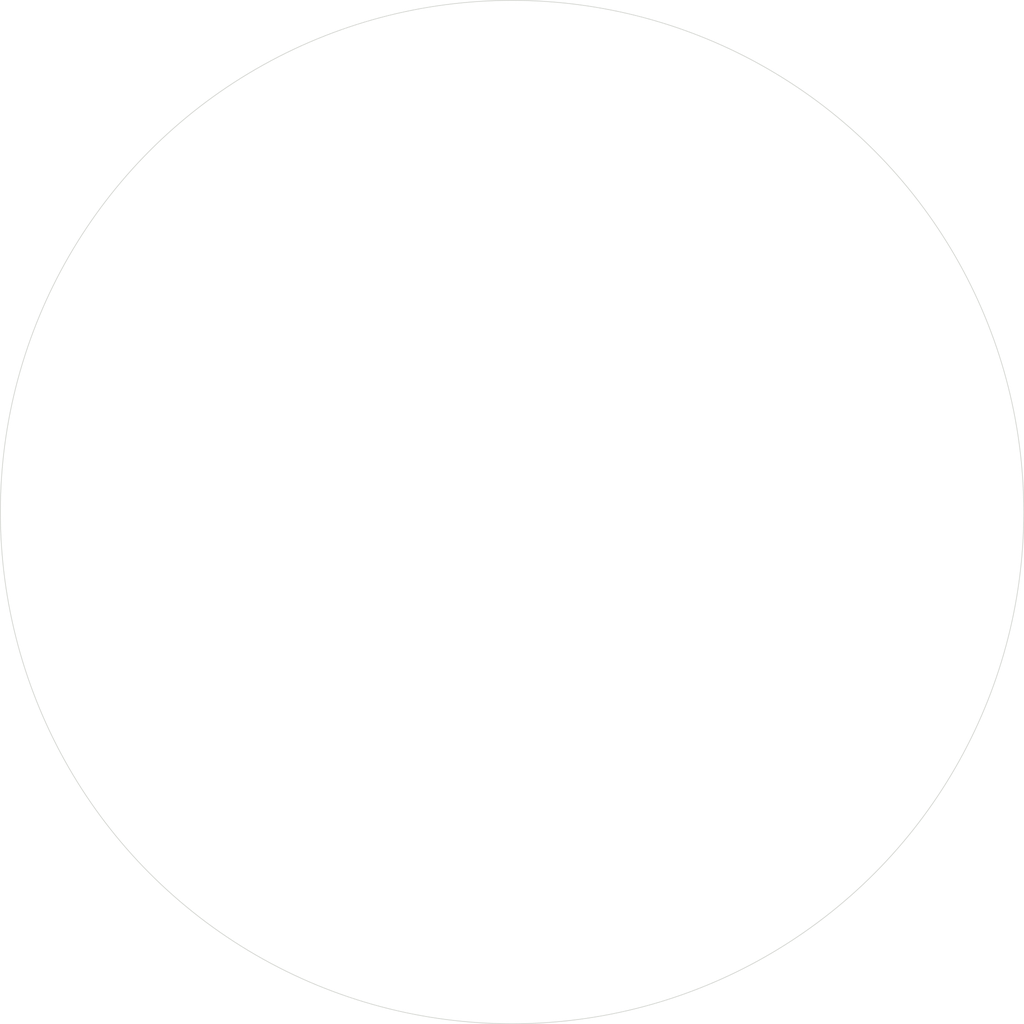
<source format=kicad_pcb>
(kicad_pcb (version 20211014) (generator pcbnew)

  (general
    (thickness 1.6)
  )

  (paper "A4")
  (layers
    (0 "F.Cu" signal)
    (31 "B.Cu" signal)
    (32 "B.Adhes" user "B.Adhesive")
    (33 "F.Adhes" user "F.Adhesive")
    (34 "B.Paste" user)
    (35 "F.Paste" user)
    (36 "B.SilkS" user "B.Silkscreen")
    (37 "F.SilkS" user "F.Silkscreen")
    (38 "B.Mask" user)
    (39 "F.Mask" user)
    (40 "Dwgs.User" user "User.Drawings")
    (41 "Cmts.User" user "User.Comments")
    (42 "Eco1.User" user "User.Eco1")
    (43 "Eco2.User" user "User.Eco2")
    (44 "Edge.Cuts" user)
    (45 "Margin" user)
    (46 "B.CrtYd" user "B.Courtyard")
    (47 "F.CrtYd" user "F.Courtyard")
    (48 "B.Fab" user)
    (49 "F.Fab" user)
    (50 "User.1" user)
    (51 "User.2" user)
    (52 "User.3" user)
    (53 "User.4" user)
    (54 "User.5" user)
    (55 "User.6" user)
    (56 "User.7" user)
    (57 "User.8" user)
    (58 "User.9" user)
  )

  (setup
    (pad_to_mask_clearance 0)
    (pcbplotparams
      (layerselection 0x00010fc_ffffffff)
      (disableapertmacros false)
      (usegerberextensions false)
      (usegerberattributes true)
      (usegerberadvancedattributes true)
      (creategerberjobfile true)
      (svguseinch false)
      (svgprecision 6)
      (excludeedgelayer true)
      (plotframeref false)
      (viasonmask false)
      (mode 1)
      (useauxorigin false)
      (hpglpennumber 1)
      (hpglpenspeed 20)
      (hpglpendiameter 15.000000)
      (dxfpolygonmode true)
      (dxfimperialunits true)
      (dxfusepcbnewfont true)
      (psnegative false)
      (psa4output false)
      (plotreference true)
      (plotvalue true)
      (plotinvisibletext false)
      (sketchpadsonfab false)
      (subtractmaskfromsilk false)
      (outputformat 1)
      (mirror false)
      (drillshape 1)
      (scaleselection 1)
      (outputdirectory "")
    )
  )

  (net 0 "")

  (gr_circle (center 148.5011 105.0036) (end 218.5011 105.0036) (layer "Edge.Cuts") (width 0.1) (fill none) (tstamp 71d4b61b-18d0-411d-8bed-7ac90b811163))
  (gr_line (start 124.3711 83.4136) (end 124.3711 85.3186) (layer "User.1") (width 0.1524) (tstamp 0108bc12-a297-4454-bfc0-9b30d19ea035))
  (gr_line (start 130.0861 89.7636) (end 127.5461 89.7636) (layer "User.1") (width 0.1524) (tstamp 014e2c15-d51b-472c-922c-fe82c8ba9a46))
  (gr_arc (start 111.0361 60.6806) (mid 111.0361 63.7286) (end 107.9881 63.7286) (layer "User.1") (width 0.1524) (tstamp 024f16bb-c5a8-419c-a68f-c0ca1ca6e08b))
  (gr_line (start 103.4161 148.1836) (end 103.4161 146.2786) (layer "User.1") (width 0.3048) (tstamp 02ed714d-e676-44fa-85de-fc6442d1ccbf))
  (gr_line (start 101.5111 63.7286) (end 96.4311 68.8086) (layer "User.1") (width 0.3048) (tstamp 06acbff2-566a-48b7-9d6c-4146d5d5c38b))
  (gr_line (start 118.0211 46.5836) (end 116.7511 45.3136) (layer "User.1") (width 0.3048) (tstamp 07236b28-1b38-433f-8af4-ce16704673ac))
  (gr_line (start 103.4161 58.0136) (end 105.3211 59.9186) (layer "User.1") (width 0.3048) (tstamp 09756e83-3a02-482a-9ad3-08dfa661cba8))
  (gr_line (start 184.6961 158.9786) (end 184.6961 157.0736) (layer "User.1") (width 0.3048) (tstamp 09bf6b64-66bd-4e2b-97c4-90fe40e3401e))
  (gr_line (start 104.4321 141.7066) (end 104.9401 142.4686) (layer "User.1") (width 0.1524) (tstamp 0a938639-c3b9-4aca-af90-b22c04295953))
  (gr_line (start 208.1911 70.7136) (end 199.3011 61.8236) (layer "User.1") (width 0.3048) (tstamp 0ae1895c-8004-44db-af68-b4176814d7f6))
  (gr_line (start 107.2261 64.4906) (end 107.9881 64.7446) (layer "User.1") (width 0.1524) (tstamp 0b9df60e-8174-46bf-967b-55e761e8c4ea))
  (gr_line (start 88.8111 136.7536) (end 88.8111 139.2936) (layer "User.1") (width 0.3048) (tstamp 123820aa-d3d8-4d15-ba4b-7c52fe27e5fa))
  (gr_line (start 193.5861 148.1836) (end 193.5861 146.2786) (layer "User.1") (width 0.3048) (tstamp 12d75fd6-83ea-4a6d-86e6-5266a5d95748))
  (gr_arc (start 189.0141 63.7286) (mid 185.9661 63.7286) (end 185.9661 60.6806) (layer "User.1") (width 0.1524) (tstamp 15ee9746-fa9f-4a43-a46b-8bcc97c159dc))
  (gr_line (start 197.1421 148.1836) (end 197.0151 148.0566) (layer "User.1") (width 0.3048) (tstamp 1aaac55b-9d20-4e59-a9e3-7dc353585ff5))
  (gr_line (start 174.5361 85.9536) (end 177.0761 85.9536) (layer "User.1") (width 0.1524) (tstamp 1b5dcbdb-3295-43d7-b731-1f06f048271a))
  (gr_line (start 172.6311 77.0636) (end 172.6311 74.5236) (layer "User.1") (width 0.3048) (tstamp 1becf758-c724-4cfe-a491-39a86bb84c26))
  (gr_line (start 145.3261 127.2286) (end 129.4511 127.2286) (layer "User.1") (width 0.3048) (tstamp 1e16bffc-9822-43c1-ad4b-8b82598ffedd))
  (gr_line (start 163.7411 83.4136) (end 163.7411 85.3186) (layer "User.1") (width 0.1524) (tstamp 1e70c8aa-bdb1-4366-98d9-035e6b45e5fc))
  (gr_line (start 103.4161 63.7286) (end 101.5111 63.7286) (layer "User.1") (width 0.3048) (tstamp 230dfa21-b22d-41b8-ab5c-41bc535c0364))
  (gr_line (start 115.4811 98.6536) (end 115.4811 96.1136) (layer "User.1") (width 0.3048) (tstamp 23131370-e449-4386-9fc6-6446868d5599))
  (gr_line (start 152.3111 46.5836) (end 165.0111 46.5836) (layer "User.1") (width 0.3048) (tstamp 235ae129-be3e-4206-b314-bd0b78ab12f3))
  (gr_line (start 180.2511 164.6936) (end 182.7911 164.6936) (layer "User.1") (width 0.3048) (tstamp 2471365c-c2db-41e5-ba11-356287b2a004))
  (gr_line (start 148.5011 96.1136) (end 149.7711 94.8436) (layer "User.1") (width 0.3048) (tstamp 26f33157-78ac-406e-a5ab-0074d3098450))
  (gr_line (start 111.7981 60.9346) (end 111.0361 61.4426) (layer "User.1") (width 0.1524) (tstamp 27906d33-2798-4996-9a7c-b169fd39cbb2))
  (gr_line (start 126.9111 85.3186) (end 126.2761 85.9536) (layer "User.1") (width 0.1524) (tstamp 28787a4f-991d-4320-836d-bf47b23dd0ad))
  (gr_line (start 130.7211 77.0636) (end 143.4211 77.0636) (layer "User.1") (width 0.3048) (tstamp 28d9d398-e105-480e-a5c3-98150a270a64))
  (gr_line (start 171.9961 85.9536) (end 174.5361 85.9536) (layer "User.1") (width 0.1524) (tstamp 2a07775f-070e-4e09-9dfe-f4f8b8ba0d44))
  (gr_line (start 107.9881 146.2786) (end 108.7501 146.2786) (layer "User.1") (width 0.1524) (tstamp 2c6e6b13-d9dd-414c-b9be-6c34f5c21b01))
  (gr_line (start 185.9661 149.3266) (end 185.9661 148.5646) (layer "User.1") (width 0.1524) (tstamp 2da80927-30ff-4721-9485-fd95155f4851))
  (gr_line (start 96.4311 141.1986) (end 101.5111 146.2786) (layer "User.1") (width 0.3048) (tstamp 2dedc87e-5a42-4fd9-bea1-327c9109c751))
  (gr_line (start 166.2811 83.4136) (end 166.2811 85.3186) (layer "User.1") (width 0.1524) (tstamp 2ea7fdbc-0d74-4199-82aa-02185b9b6ca6))
  (gr_line (start 112.3061 52.9336) (end 107.2261 58.0136) (layer "User.1") (width 0.3048) (tstamp 31612f62-74b0-4466-9024-dc97f9ffbd4d))
  (gr_line (start 126.2761 85.9536) (end 123.7361 85.9536) (layer "User.1") (width 0.1524) (tstamp 32ace788-be39-4b79-a530-c663de38947a))
  (gr_line (start 129.4511 83.4136) (end 129.4511 85.3186) (layer "User.1") (width 0.1524) (tstamp 33c2cecd-21e4-4641-97f8-b68f49f68cc5))
  (gr_line (start 114.2111 164.6936) (end 105.3211 155.8036) (layer "User.1") (width 0.3048) (tstamp 34c031c4-cb33-4930-a555-8df57b2b1b5f))
  (gr_line (start 130.7211 111.3536) (end 143.4211 111.3536) (layer "User.1") (width 0.3048) (tstamp 354bc1e5-5ea0-4a4e-9609-e1ce9fbcc7b7))
  (gr_line (start 191.6811 97.3836) (end 192.9511 96.1136) (layer "User.1") (width 0.3048) (tstamp 3682213f-a31d-4555-8948-dcb4c298fb50))
  (gr_line (start 168.8211 83.4136) (end 168.8211 85.3186) (layer "User.1") (width 0.1524) (tstamp 36aae19b-a6a2-4d3f-a950-108bdf30a264))
  (gr_line (start 200.5711 68.8086) (end 195.4911 63.7286) (layer "User.1") (width 0.3048) (tstamp 377ca62e-8c76-4f72-8c99-ec6c361632e7))
  (gr_line (start 116.7511 164.6936) (end 114.2111 164.6936) (layer "User.1") (width 0.3048) (tstamp 383f4204-6a4f-4e4d-b501-6b4cc364eab9))
  (gr_line (start 153.4601 153.0036) (end 155.4861 150.9776) (layer "User.1") (width 0.3048) (tstamp 39c91e78-1984-4a0c-8a90-da57bae9b092))
  (gr_line (start 131.9911 83.4136) (end 131.9911 85.3186) (layer "User.1") (width 0.1524) (tstamp 3af79c96-7e0f-49f4-9a3d-02b5d1912304))
  (gr_line (start 95.1611 78.3336) (end 104.0511 78.3336) (layer "User.1") (width 0.3048) (tstamp 3c4a4a06-3f79-4cf0-8e0b-e237a31f15c1))
  (gr_line (start 181.5211 77.0636) (end 181.5211 74.5236) (layer "User.1") (width 0.3048) (tstamp 3da2dbd6-29fd-4054-9c6f-a284f14fa3d5))
  (gr_line (start 105.3211 94.8436) (end 104.0511 93.5736) (layer "User.1") (width 0.3048) (tstamp 3e439e16-d94f-437b-9c16-ad4ff3391a9c))
  (gr_line (start 93.8911 68.1736) (end 94.5261 68.8086) (layer "User.1") (width 0.3048) (tstamp 412043f6-1c5c-41ad-8000-452204ac2b4d))
  (gr_line (start 152.3111 130.4036) (end 152.3111 129.1336) (layer "User.1") (width 0.3048) (tstamp 4122a9d7-2865-48f5-a566-5889b03bf8de))
  (gr_arc (start 189.7761 145.5166) (mid 189.7761 142.4686) (end 192.8241 142.4686) (layer "User.1") (width 0.1524) (tstamp 4177e8f5-9b9d-41d4-bd5f-fdfaf1fb25ca))
  (gr_line (start 168.8211 85.3186) (end 169.4561 85.9536) (layer "User.1") (width 0.1524) (tstamp 428f325f-253a-4790-be4c-ecdeec58caff))
  (gr_line (start 192.9511 78.3336) (end 192.9511 96.1136) (layer "User.1") (width 0.3048) (tstamp 44ed9316-28d4-4715-80c7-0d513706fa31))
  (gr_line (start 114.2111 94.8436) (end 105.3211 94.8436) (layer "User.1") (width 0.3048) (tstamp 456587b3-84eb-4a47-ae83-0ec0722f81dc))
  (gr_line (start 124.3711 74.5236) (end 123.1011 75.7936) (layer "User.1") (width 0.3048) (tstamp 496b4f38-198f-4938-9c09-7c10bb348a78))
  (gr_line (start 182.7911 164.6936) (end 191.6811 155.8036) (layer "User.1") (width 0.3048) (tstamp 4a114bed-f082-40fe-a6c8-1168510e92cb))
  (gr_line (start 191.6811 150.0886) (end 189.7761 150.0886) (layer "User.1") (width 0.3048) (tstamp 4cfb8707-4618-4294-a5df-d17c15b28180))
  (gr_line (start 111.0361 60.6806) (end 111.7981 60.9346) (layer "User.1") (width 0.1524) (tstamp 4e5f8edc-0e7f-4bea-995c-d80f86db1dc9))
  (gr_line (start 177.7111 82.1436) (end 172.6311 77.0636) (layer "User.1") (width 0.3048) (tstamp 4ea8da77-eff4-42a3-b7ac-4de01d78a68b))
  (gr_line (start 171.3611 83.4136) (end 171.3611 85.3186) (layer "User.1") (width 0.1524) (tstamp 5019e020-0e97-4752-91e7-04f0eef482d0))
  (gr_line (start 137.0711 83.4136) (end 137.0711 85.3186) (layer "User.1") (width 0.1524) (tstamp 50bc62e1-40be-460b-ba0e-5ca9af0add65))
  (gr_line (start 192.9511 78.3336) (end 182.7911 78.3336) (layer "User.1") (width 0.3048) (tstamp 50c5f701-2f3e-4529-8613-b1dfc14f64c9))
  (gr_line (start 112.3061 158.9786) (end 112.3061 157.0736) (layer "User.1") (width 0.3048) (tstamp 53925186-3e77-4a54-ad52-2daabca4ff31))
  (gr_line (start 90.0811 135.4836) (end 88.8111 136.7536) (layer "User.1") (width 0.3048) (tstamp 53aca017-6a7a-4037-b654-0ac72b627be0))
  (gr_line (start 134.5311 83.4136) (end 134.5311 85.3186) (layer "User.1") (width 0.1524) (tstamp 543bcde9-a0a7-4611-9918-d37a188eca46))
  (gr_line (start 173.9011 85.3186) (end 174.5361 85.9536) (layer "User.1") (width 0.1524) (tstamp 54b98893-4dfe-46d7-93ee-d500a946eb94))
  (gr_line (start 202.4761 141.1986) (end 200.5711 141.1986) (layer "User.1") (width 0.3048) (tstamp 555f0c2b-59f2-4bd6-bff7-13eff5211f28))
  (gr_line (start 184.6961 157.0736) (end 189.7761 151.9936) (layer "User.1") (width 0.3048) (tstamp 567a03f7-3207-4c79-99ad-7b1b936effc1))
  (gr_line (start 208.1911 139.2936) (end 199.3011 148.1836) (layer "User.1") (width 0.3048) (tstamp 574b2a0a-f411-4a81-8af1-2662b0fc149e))
  (gr_line (start 149.7711 94.8436) (end 170.0911 94.8436) (layer "User.1") (width 0.3048) (tstamp 578e549c-2bf7-4a5d-b630-19a8001f01e9))
  (gr_line (start 149.7711 129.1336) (end 151.6761 127.2286) (layer "User.1") (width 0.3048) (tstamp 586d79a7-3beb-42d1-ba60-f7c64d8be8e7))
  (gr_line (start 107.2261 151.9936) (end 112.3061 157.0736) (layer "User.1") (width 0.3048) (tstamp 5b0e6ea7-f608-4c44-8957-57e6cfd94d4d))
  (gr_line (start 166.2811 85.3186) (end 170.7261 89.7636) (layer "User.1") (width 0.1524) (tstamp 5e41e704-8062-4b00-bf5a-a3e39b6c9905))
  (gr_line (start 104.0511 93.5736) (end 104.0511 78.3336) (layer "User.1") (width 0.3048) (tstamp 5ff4480a-eb43-4b9c-804a-1ab0cb30eef3))
  (gr_line (start 88.8111 73.2536) (end 88.8111 70.7136) (layer "User.1") (width 0.3048) (tstamp 61e7a5ef-6f45-4f08-98dd-ddca4883e3af))
  (gr_line (start 189.7761 151.9936) (end 189.7761 150.0886) (layer "User.1") (width 0.3048) (tstamp 6271329f-74e6-4c06-a49e-917a9afe862e))
  (gr_line (start 191.6811 59.9186) (end 189.7761 59.9186) (layer "User.1") (width 0.3048) (tstamp 640a23dc-2ae2-4f08-b823-dcc84ad6120f))
  (gr_line (start 109.1311 141.8336) (end 109.1311 120.2436) (layer "User.1") (width 0.3048) (tstamp 651d75a6-3915-48b3-a303-ec43a6945a66))
  (gr_line (start 182.7911 45.3136) (end 191.6811 54.2036) (layer "User.1") (width 0.3048) (tstamp 66bf26ed-79bc-43a9-8f92-0cbcd43bba17))
  (gr_line (start 171.3611 85.3186) (end 171.9961 85.9536) (layer "User.1") (width 0.1524) (tstamp 6b236f6f-1664-4747-8e9c-c0ce3384f2cb))
  (gr_line (start 206.9211 74.5236) (end 208.1911 73.2536) (layer "User.1") (width 0.3048) (tstamp 6c7e0e80-471b-4ea9-a1a8-f8173d15408b))
  (gr_line (start 107.2261 150.0886) (end 107.2261 151.9936) (layer "User.1") (width 0.3048) (tstamp 6c7fa304-9560-4600-bb8d-c859ac138adc))
  (gr_line (start 168.1861 89.7636) (end 177.0761 89.7636) (layer "User.1") (width 0.1524) (tstamp 6ce4e008-b9ed-4201-9368-5b8d28f1d553))
  (gr_line (start 112.3061 51.0286) (end 112.3061 52.9336) (layer "User.1") (width 0.3048) (tstamp 6f1f1e3b-8ab2-41ab-8c01-733baf4d7c3e))
  (gr_line (start 186.6011 141.8336) (end 186.6011 120.2436) (layer "User.1") (width 0.3048) (tstamp 72b14d93-c8cf-4e67-ad43-3abb5c437c8f))
  (gr_line (start 147.2311 129.1336) (end 145.3261 127.2286) (layer "User.1") (width 0.3048) (tstamp 73252d49-2133-4376-b4fc-8773f06f3a18))
  (gr_line (start 148.5011 61.8236) (end 149.7711 60.5536) (layer "User.1") (width 0.3048) (tstamp 7357a798-9061-4c93-8c7a-4f5bb0099ea2))
  (gr_line (start 149.7711 60.5536) (end 170.0911 60.5536) (layer "User.1") (width 0.3048) (tstamp 73f8e77a-857b-4f3e-bd41-70bea91e97ca))
  (gr_line (start 195.4911 150.0886) (end 193.5861 148.1836) (layer "User.1") (width 0.3048) (tstamp 7431855b-ea7a-46d5-989b-d5725db99077))
  (gr_line (start 192.8241 67.5386) (end 192.5701 68.3006) (layer "User.1") (width 0.1524) (tstamp 7479950b-5ac5-4581-af63-7881769ae6a1))
  (gr_line (start 90.0811 74.5236) (end 88.8111 73.2536) (layer "User.1") (width 0.3048) (tstamp 7483c6a2-a596-405b-bf95-984cf94eec84))
  (gr_line (start 189.0141 63.7286) (end 188.2521 63.7286) (layer "User.1") (width 0.1524) (tstamp 78e58fec-5d5b-495b-aeec-0808be746c47))
  (gr_line (start 115.4811 96.1136) (end 114.2111 94.8436) (layer "User.1") (width 0.3048) (tstamp 78fd2eda-1b65-42aa-aed1-1943790e8743))
  (gr_line (start 181.5211 98.6536) (end 182.7911 97.3836) (layer "User.1") (width 0.3048) (tstamp 7a73474a-567a-4ed5-a4f8-eb86d07a8a29))
  (gr_line (start 182.7911 78.3336) (end 181.5211 77.0636) (layer "User.1") (width 0.3048) (tstamp 7b58d8b9-be50-4443-bc82-ab883790b1d9))
  (gr_line (start 199.3011 61.8236) (end 197.0151 61.8236) (layer "User.1") (width 0.3048) (tstamp 7bb65abc-a1ef-400d-ab3c-1bb40cb21cd1))
  (gr_line (start 104.1781 142.4686) (end 104.4321 141.7066) (layer "User.1") (width 0.1524) (tstamp 7c046184-8e43-4741-88c2-8ea8e55b5301))
  (gr_line (start 124.3711 85.3186) (end 123.7361 85.9536) (layer "User.1") (width 0.1524) (tstamp 7d0e4006-df55-4537-a972-55665d5a80ad))
  (gr_line (start 191.6811 153.5176) (end 191.5541 153.3906) (layer "User.1") (width 0.3048) (tstamp 7efc1e75-e050-49e3-b65a-2f4406cf9947))
  (gr_line (start 191.6811 56.3626) (end 191.5541 56.4896) (layer "User.1") (width 0.3048) (tstamp 80722694-6104-4f84-8d51-1c809ce8dd8d))
  (gr_line (start 151.6761 127.2286) (end 167.5511 127.2286) (layer "User.1") (width 0.3048) (tstamp 82ac42b9-62ea-438c-8c33-05e573df19eb))
  (gr_line (start 184.6961 51.0286) (end 184.6961 52.9336) (layer "User.1") (width 0.3048) (tstamp 82d7a774-5b9e-4e11-9369-640cc2322df1))
  (gr_line (start 178.9811 163.4236) (end 180.2511 164.6936) (layer "User.1") (width 0.3048) (tstamp 830894b3-08cd-44fb-b82a-90c111db808a))
  (gr_line (start 121.8311 75.7936) (end 120.5611 77.0636) (layer "User.1") (width 0.3048) (tstamp 835b5895-723b-451f-ba66-2713f082ec36))
  (gr_line (start 188.7601 64.4906) (end 188.2521 63.7286) (layer "User.1") (width 0.1524) (tstamp 849ca9da-bfc1-4361-8d20-050d5326c6d3))
  (gr_line (start 132.6261 89.7636) (end 130.0861 89.7636) (layer "User.1") (width 0.1524) (tstamp 85f6cb32-5f6a-446f-a771-f2450a57cd61))
  (gr_line (start 105.3211 54.2036) (end 105.3211 56.4896) (layer "User.1") (width 0.3048) (tstamp 8610f7c1-1465-40c0-b509-8f33afa8ec05))
  (gr_line (start 101.5111 59.9186) (end 103.4161 61.8236) (layer "User.1") (width 0.3048) (tstamp 867678a0-3867-474a-acc5-41ea77e6e7a3))
  (gr_line (start 137.0711 85.3186) (end 132.6261 89.7636) (layer "User.1") (width 0.1524) (tstamp 86cbf9d4-00f7-408e-89ee-c411aba7e64c))
  (gr_line (start 115.4811 77.0636) (end 115.4811 71.9836) (layer "User.1") (width 0.3048) (tstamp 8832d7b5-5471-4ff1-9130-9c6a43465724))
  (gr_line (start 105.3211 153.6446) (end 105.4481 153.5176) (layer "User.1") (width 0.3048) (tstamp 898b1004-1245-439a-aac2-45564d14996e))
  (gr_line (start 166.2811 96.1136) (end 152.3111 96.1136) (layer "User.1") (width 0.3048) (tstamp 8a90262a-9a14-4612-8a03-359cd56e3cd7))
  (gr_line (start 185.3311 50.3936) (end 184.6961 51.0286) (layer "User.1") (width 0.3048) (tstamp 8af2d7c6-0288-4c88-8034-af9fb7626560))
  (gr_line (start 169.4561 85.9536) (end 171.9961 85.9536) (layer "User.1") (width 0.1524) (tstamp 8b089efd-9cd4-4877-b00b-a601f1b9fa5a))
  (gr_line (start 124.3711 71.9836) (end 124.3711 74.5236) (layer "User.1") (width 0.3048) (tstamp 8c25b349-7628-4f17-9ed6-29d715d46796))
  (gr_line (start 185.2041 149.0726) (end 185.9661 148.5646) (layer "User.1") (width 0.1524) (tstamp 8ca7282b-cef3-45e6-80c0-3b6e20213af2))
  (gr_line (start 94.5261 141.1986) (end 96.4311 141.1986) (layer "User.1") (width 0.3048) (tstamp 8d44bef9-d2da-4a49-9664-f562884ecbdb))
  (gr_line (start 161.2011 85.3186) (end 165.6461 89.7636) (layer "User.1") (width 0.1524) (tstamp 8ea55143-3147-4c28-8c28-0a32a5e583ee))
  (gr_line (start 120.5611 80.8736) (end 120.5611 77.0636) (layer "User.1") (width 0.3048) (tstamp 8edf2283-d2fc-44db-a752-34ea079208bd))
  (gr_line (start 126.9111 83.4136) (end 126.9111 85.3186) (layer "User.1") (width 0.1524) (tstamp 90c7abed-e78c-46bd-a909-f12f75467fe8))
  (gr_line (start 192.5701 68.3006) (end 192.0621 67.5386) (layer "User.1") (width 0.1524) (tstamp 92a1e047-6514-44fa-8f75-e8fc95f90241))
  (gr_line (start 119.9261 89.7636) (end 127.5461 89.7636) (layer "User.1") (width 0.1524) (tstamp 93ef5734-cd88-422b-9a9c-cf43ed512393))
  (gr_line (start 165.6461 89.7636) (end 168.1861 89.7636) (layer "User.1") (width 0.1524) (tstamp 948957e5-a9be-4bcd-9950-e6a21f9b75dc))
  (gr_line (start 208.1911 136.7536) (end 208.1911 139.2936) (layer "User.1") (width 0.3048) (tstamp 96e412db-4c34-4120-b3a9-9cf59bf8302d))
  (gr_line (start 112.9411 145.6436) (end 109.1311 141.8336) (layer "User.1") (width 0.3048) (tstamp 97711abb-e31c-4f50-bc54-ad2fe0d92273))
  (gr_line (start 189.7761 59.9186) (end 189.7761 58.0136) (layer "User.1") (width 0.3048) (tstamp 99d20c42-5dba-45be-ae53-12c97c7b381c))
  (gr_line (start 107.2261 58.0136) (end 107.2261 59.9186) (layer "User.1") (width 0.3048) (tstamp 9b7c554d-e3fc-4003-b46d-ceb38ed72ca5))
  (gr_line (start 163.7411 85.3186) (end 168.1861 89.7636) (layer "User.1") (width 0.1524) (tstamp 9bf8f8a8-959e-45bb-bd69-3959d69e3eec))
  (gr_line (start 180.2511 45.3136) (end 182.7911 45.3136) (layer "User.1") (width 0.3048) (tstamp 9c4fe9a2-4534-4deb-a217-2e78c3ea43fb))
  (gr_line (start 104.0511 78.3336) (end 114.2111 78.3336) (layer "User.1") (width 0.3048) (tstamp 9c7622fa-47f7-4dff-9aca-f1985749ab9d))
  (gr_line (start 192.8241 67.5386) (end 192.0621 67.5386) (layer "User.1") (width 0.1524) (tstamp 9c9d3866-9790-453b-aea5-7abe9bd7cba6))
  (gr_line (start 88.8111 70.7136) (end 97.7011 61.8236) (layer "User.1") (width 0.3048) (tstamp 9dadbc20-35ef-4986-a502-89eed0286e93))
  (gr_line (start 178.9811 46.5836) (end 180.2511 45.3136) (layer "User.1") (width 0.3048) (tstamp 9e268155-bdf5-4801-92cc-b36aa5568b13))
  (gr_line (start 189.7761 145.5166) (end 189.0141 145.2626) (layer "User.1") (width 0.1524) (tstamp 9f4c55de-edb2-4e34-9ad6-c1a2ebe845d3))
  (gr_line (start 105.3211 155.8036) (end 105.3211 153.6446) (layer "User.1") (width 0.3048) (tstamp a0a39ede-95f1-49ea-b9f0-beb45566d502))
  (gr_line (start 103.4161 61.8236) (end 103.4161 63.7286) (layer "User.1") (width 0.3048) (tstamp a0ae22f5-8f5f-4e13-a59d-81783cd627a7))
  (gr_line (start 116.7511 45.3136) (end 114.2111 45.3136) (layer "User.1") (width 0.3048) (tstamp a14a3186-c1c2-498e-916d-778ded59d16d))
  (gr_line (start 107.9881 146.2786) (end 108.2421 145.5166) (layer "User.1") (width 0.1524) (tstamp a1ad6c69-2e91-4313-a7f4-3604c91f4183))
  (gr_arc (start 104.1781 142.4686) (mid 107.2261 142.4686) (end 107.2261 145.5166) (layer "User.1") (width 0.1524) (tstamp a416fcf6-623b-4539-aa84-4dcf5309bbb9))
  (gr_line (start 88.8111 139.2936) (end 97.7011 148.1836) (layer "User.1") (width 0.3048) (tstamp a5d73b9b-3495-43c9-963e-ac6a8c8544f0))
  (gr_line (start 202.4761 68.8086) (end 200.5711 68.8086) (layer "User.1") (width 0.3048) (tstamp a71bf335-ec53-4fbc-97bd-8d60efbb8f7b))
  (gr_line (start 191.6811 82.1436) (end 177.7111 82.1436) (layer "User.1") (width 0.3048) (tstamp a75207c7-aa9e-41de-8530-e4882b7cab5e))
  (gr_line (start 114.2111 78.3336) (end 115.4811 77.0636) (layer "User.1") (width 0.3048) (tstamp a77d7a89-945e-45e1-9c6e-050e0f134adc))
  (gr_line (start 203.1111 141.8336) (end 202.4761 141.1986) (layer "User.1") (width 0.3048) (tstamp a82725d8-5c84-4225-8651-e053267fb11f))
  (gr_line (start 197.0151 61.8236) (end 196.8881 61.9506) (layer "User.1") (width 0.3048) (tstamp a96edbe3-5073-4004-a506-38343c12f75f))
  (gr_line (start 101.5111 150.0886) (end 103.4161 148.1836) (layer "User.1") (width 0.3048) (tstamp a99786de-084e-4f5a-ad2b-a88a29c66685))
  (gr_line (start 147.2311 153.0096) (end 143.5481 153.0096) (layer "User.1") (width 0.3048) (tstamp a9d6d916-58f7-491c-87d3-56c934d14770))
  (gr_line (start 182.7911 97.3836) (end 191.6811 97.3836) (layer "User.1") (width 0.3048) (tstamp a9db9e00-6273-4e66-80f5-2ca5cbe42c95))
  (gr_line (start 201.8411 78.3336) (end 192.9511 78.3336) (layer "User.1") (width 0.3048) (tstamp ad41f4ce-51d1-4774-b25f-78091613b876))
  (gr_line (start 191.6811 54.2036) (end 191.6811 56.3626) (layer "User.1") (width 0.3048) (tstamp ad8e0f25-ab2a-4c39-abdc-97f5612f1702))
  (gr_line (start 203.1111 68.1736) (end 202.4761 68.8086) (layer "User.1") (width 0.3048) (tstamp adbe3c25-e28d-4409-8c5a-2e93ebd3a41b))
  (gr_line (start 185.9661 149.3266) (end 185.2041 149.0726) (layer "User.1") (width 0.1524) (tstamp aeb07801-2c22-4f03-b5e4-23d2e0ee1110))
  (gr_line (start 185.3311 159.6136) (end 184.6961 158.9786) (layer "User.1") (width 0.3048) (tstamp aef3decf-2c41-4ecd-b11f-f2489e07ce18))
  (gr_line (start 119.2911 82.1436) (end 120.5611 80.8736) (layer "User.1") (width 0.3048) (tstamp b042482d-81fb-4b67-9042-c19d6de31819))
  (gr_line (start 118.0211 163.4236) (end 116.7511 164.6936) (layer "User.1") (width 0.3048) (tstamp b31eafa6-80bc-40ad-8346-f072868862c1))
  (gr_line (start 93.8911 141.8336) (end 94.5261 141.1986) (layer "User.1") (width 0.3048) (tstamp b35eb3e8-44fd-4c6d-81ca-20b79639cfc4))
  (gr_line (start 193.5861 151.9936) (end 191.6811 150.0886) (layer "User.1") (width 0.3048) (tstamp b83ce53b-0640-4224-b2eb-2fb4f9f26cd7))
  (gr_arc (start 192.8241 67.5386) (mid 189.7761 67.5386) (end 189.7761 64.4906) (layer "User.1") (width 0.1524) (tstamp b95d855b-4fd8-4775-980d-6f08ded29110))
  (gr_arc (start 185.9661 149.3266) (mid 185.9661 146.2786) (end 189.0141 146.2786) (layer "User.1") (width 0.1524) (tstamp b99653af-d037-4841-b142-61db47dbce29))
  (gr_line (start 119.2911 82.1436) (end 105.3211 82.1436) (layer "User.1") (width 0.3048) (tstamp bb3d2ebf-9b34-4aae-89e0-4ea1647eaf6d))
  (gr_line (start 107.2261 64.4906) (end 107.2261 65.2526) (layer "User.1") (width 0.1524) (tstamp bb6c28aa-0adc-492d-a0ab-2e13c2c8159e))
  (gr_line (start 97.7011 61.8236) (end 99.8601 61.8236) (layer "User.1") (width 0.3048) (tstamp bc5d7dbb-5f87-4685-a31d-704491b1322e))
  (gr_line (start 177.7111 145.6436) (end 182.7911 145.6436) (layer "User.1") (width 0.3048) (tstamp bf7f0720-f096-4ee4-ad86-37a21943d8d8))
  (gr_line (start 195.4911 63.7286) (end 193.5861 63.7286) (layer "User.1") (width 0.3048) (tstamp bfa6b15c-f866-412b-b124-5923d7e5c62a))
  (gr_line (start 127.5461 89.7636) (end 131.9911 85.3186) (layer "User.1") (width 0.1524) (tstamp c0b4f117-5c69-4ab7-ae62-df9dd91161bc))
  (gr_arc (start 171.6151 139.0396) (mid 173.9011 136.7536) (end 176.1871 139.0396) (layer "User.1") (width 0.1524) (tstamp c0b6e7d8-c987-4edc-bf09-7308a2731636))
  (gr_line (start 134.5311 85.3186) (end 130.0861 89.7636) (layer "User.1") (width 0.1524) (tstamp c1098f24-eca5-434c-b08e-ff0398ed8600))
  (gr_line (start 189.7761 145.5166) (end 189.7761 144.7546) (layer "User.1") (width 0.1524) (tstamp c447c4ce-2c69-482a-a53f-27f29c67028c))
  (gr_arc (start 107.2261 64.4906) (mid 107.2261 67.5386) (end 104.1781 67.5386) (layer "User.1") (width 0.1524) (tstamp c48d5ede-5e0c-4b0d-b1d5-c57bed660ea4))
  (gr_line (start 182.7911 145.6436) (end 186.6011 141.8336) (layer "User.1") (width 0.3048) (tstamp c4dea37f-c952-496b-8361-bd1fc2088ead))
  (gr_line (start 123.7361 85.9536) (end 119.9261 85.9536) (layer "User.1") (width 0.1524) (tstamp c585ca16-d12f-47a4-b019-b23afe69ad86))
  (gr_line (start 193.5861 58.0136) (end 191.6811 59.9186) (layer "User.1") (width 0.3048) (tstamp c84f8628-1f40-4cfd-8897-92ce44f367ab))
  (gr_line (start 94.5261 68.8086) (end 96.4311 68.8086) (layer "User.1") (width 0.3048) (tstamp cacf2e1f-688f-4bea-bdba-4c8508f586b2))
  (gr_line (start 189.7761 58.0136) (end 184.6961 52.9336) (layer "User.1") (width 0.3048) (tstamp cc8383ec-1ad8-4bb9-b6ce-80e6b879a7c1))
  (gr_line (start 191.6811 155.8036) (end 191.6811 153.5176) (layer "User.1") (width 0.3048) (tstamp ccb09466-4332-4990-bfdc-b93ef5e436c9))
  (gr_line (start 149.5011 153.0036) (end 153.4601 153.0036) (layer "User.1") (width 0.3048) (tstamp ccef76b3-0191-4ec8-812c-12a84b0f2ae7))
  (gr_line (start 105.3211 150.0886) (end 107.2261 150.0886) (layer "User.1") (width 0.3048) (tstamp cf8172ed-19d2-44cd-b12e-6b704692eea4))
  (gr_line (start 161.2011 83.4136) (end 161.2011 85.3186) (layer "User.1") (width 0.1524) (tstamp d10065ff-0e73-4667-8a01-1a01473fc699))
  (gr_line (start 208.1911 73.2536) (end 208.1911 70.7136) (layer "User.1") (width 0.3048) (tstamp d10c5a29-68bb-49b4-bd3a-137a21491b76))
  (gr_line (start 152.3111 80.8736) (end 165.0111 80.8736) (layer "User.1") (width 0.3048) (tstamp d1a74afa-9d5b-42b8-8f9f-55d3e9447925))
  (gr_line (start 128.8161 85.9536) (end 126.2761 85.9536) (layer "User.1") (width 0.1524) (tstamp d1c7e596-b0db-47fe-b68b-8929ba59da2e))
  (gr_line (start 144.6911 130.4036) (end 144.6911 129.1336) (layer "User.1") (width 0.3048) (tstamp d2868bff-307d-4a5b-932d-a1192839e4d3))
  (gr_arc (start 107.9881 146.2786) (mid 111.0361 146.2786) (end 111.0361 149.3266) (layer "User.1") (width 0.1524) (tstamp d3071047-e626-4102-af6f-17361f95b2dd))
  (gr_arc (start 120.8151 139.0396) (mid 123.1011 136.7536) (end 125.3871 139.0396) (layer "User.1") (width 0.1524) (tstamp d38589f9-48a2-4e68-9425-9e6c292910eb))
  (gr_line (start 104.1781 142.4686) (end 104.9401 142.4686) (layer "User.1") (width 0.1524) (tstamp d3c8cb12-1347-45e4-8dbb-4a155e3556d7))
  (gr_line (start 166.2811 61.8236) (end 153.5811 61.8236) (layer "User.1") (width 0.3048) (tstamp d414eac7-3eec-4a0d-a443-d136e726b3e5))
  (gr_line (start 189.0141 145.2626) (end 189.7761 144.7546) (layer "User.1") (width 0.1524) (tstamp d43c0e3b-3793-4689-8733-6637198ceb7f))
  (gr_line (start 99.9871 148.1836) (end 100.1141 148.0566) (layer "User.1") (width 0.3048) (tstamp d5bfffbf-b3aa-4247-9e25-d2f185c87881))
  (gr_line (start 111.0361 60.6806) (end 111.0361 61.4426) (layer "User.1") (width 0.1524) (tstamp d9114821-881a-4754-acac-c9aaa5326003))
  (gr_line (start 206.9211 135.4836) (end 208.1911 136.7536) (layer "User.1") (width 0.3048) (tstamp d9a21e0a-801a-453b-976a-809f9b275dd1))
  (gr_line (start 199.3011 148.1836) (end 197.1421 148.1836) (layer "User.1") (width 0.3048) (tstamp dd602cfa-a4c6-46b5-b080-f13a5240d348))
  (gr_line (start 97.7011 148.1836) (end 99.9871 148.1836) (layer "User.1") (width 0.3048) (tstamp dda09d54-ab97-4dfc-b399-5691096da36f))
  (gr_line (start 193.5861 146.2786) (end 195.4911 146.2786) (layer "User.1") (width 0.3048) (tstamp dfe56165-0af5-4937-b42a-d0dbb590ed55))
  (gr_line (start 193.5861 61.8236) (end 193.5861 63.7286) (layer "User.1") (width 0.3048) (tstamp e1384ebe-688a-4094-9e41-d0956621161e))
  (gr_line (start 105.3211 59.9186) (end 107.2261 59.9186) (layer "User.1") (width 0.3048) (tstamp e3429633-ea0a-4001-a69d-eabb7cf068e4))
  (gr_line (start 107.9881 64.7446) (end 107.2261 65.2526) (layer "User.1") (width 0.1524) (tstamp e450e4c7-f002-443a-bd77-c7f124fd8e82))
  (gr_line (start 189.0141 63.7286) (end 188.7601 64.4906) (layer "User.1") (width 0.1524) (tstamp e4d8d795-03da-4607-abd0-7e04f5cc5878))
  (gr_line (start 173.9011 83.4136) (end 173.9011 85.3186) (layer "User.1") (width 0.1524) (tstamp e59317ea-9cf3-40dc-8837-a7d59c017dc7))
  (gr_line (start 99.8601 61.8236) (end 99.9871 61.9506) (layer "User.1") (width 0.3048) (tstamp e7cec7a2-ce6a-4238-8691-90587d21ff67))
  (gr_line (start 144.6911 130.4036) (end 134.5311 140.5636) (layer "User.1") (width 0.3048) (tstamp e9a9fa33-1c44-4ce2-8137-1555098a54ac))
  (gr_line (start 123.1011 75.7936) (end 121.8311 75.7936) (layer "User.1") (width 0.3048) (tstamp f00d2e77-c564-4e58-9b7d-14555bcfcd7a))
  (gr_line (start 101.5111 146.2786) (end 103.4161 146.2786) (layer "User.1") (width 0.3048) (tstamp f10cf3e2-54a6-43bc-96d9-4e378bd98581))
  (gr_line (start 195.4911 146.2786) (end 200.5711 141.1986) (layer "User.1") (width 0.3048) (tstamp f33a2b81-0578-4706-8bb6-1afa9bdf0b78))
  (gr_line (start 181.5211 101.1936) (end 181.5211 98.6536) (layer "User.1") (width 0.3048) (tstamp f3ef1a92-7fed-4001-8a0d-086c35af3481))
  (gr_line (start 111.6711 159.6136) (end 112.3061 158.9786) (layer "User.1") (width 0.3048) (tstamp f5830d0c-9730-4214-a7ff-9c7daf7c8b82))
  (gr_line (start 105.3211 56.4896) (end 105.4481 56.6166) (layer "User.1") (width 0.3048) (tstamp f60e0b7c-76fb-49b9-9ec5-787ff65dcd24))
  (gr_line (start 108.2421 145.5166) (end 108.7501 146.2786) (layer "User.1") (width 0.1524) (tstamp f8c5d6cf-47cc-4558-bac5-8b0f7a0ecdb5))
  (gr_line (start 111.6711 50.3936) (end 112.3061 51.0286) (layer "User.1") (width 0.3048) (tstamp f93997bb-6d98-4e5c-b6b5-395a41020cd2))
  (gr_line (start 114.2111 45.3136) (end 105.3211 54.2036) (layer "User.1") (width 0.3048) (tstamp fa16d33d-aa6d-43ab-969e-ee48e64c12a0))
  (gr_line (start 142.1511 129.1336) (end 131.9911 139.2936) (layer "User.1") (width 0.3048) (tstamp fa9afbd8-a3c4-47e9-8fbf-d03c585d294e))
  (gr_line (start 103.4161 151.9936) (end 105.3211 150.0886) (layer "User.1") (width 0.3048) (tstamp fb2247db-b53e-48b5-9dff-d0871a94cff2))
  (gr_line (start 195.4911 59.9186) (end 193.5861 61.8236) (layer "User.1") (width 0.3048) (tstamp fc29ae9f-769c-495d-a021-9ca517576b17))
  (gr_line (start 162.4711 140.5636) (end 152.3111 130.4036) (layer "User.1") (width 0.3048) (tstamp fcc4812a-cc12-423b-a141-c32a7cc6cc02))
  (gr_line (start 119.2911 145.6436) (end 112.9411 145.6436) (layer "User.1") (width 0.3048) (tstamp fd869a47-9ad2-4db5-bc60-2197380784c6))
  (gr_line (start 129.4511 85.3186) (end 128.8161 85.9536) (layer "User.1") (width 0.1524) (tstamp fda5ea73-4986-4e55-80e5-c21ff9738631))
  (gr_line (start 165.0111 139.2936) (end 154.8511 129.1336) (layer "User.1") (width 0.3048) (tstamp ff026412-61fe-467e-bd52-25c7c2bb828b))
  (gr_line (start 143.5481 153.0096) (end 141.5161 150.9776) (layer "User.1") (width 0.3048) (tstamp ffdef20b-6200-49c4-ae17-3aad80462ef4))
  (gr_text "10" (at 168.8211 71.9836) (layer "User.1") (tstamp 0471ad56-b3a8-408d-8799-9dd28650c71a)
    (effects (font (size 1.308608 1.308608) (thickness 0.113792)))
  )
  (gr_text "12" (at 168.8211 66.9036) (layer "User.1") (tstamp 07188f10-1b25-4d5f-a4ee-313a776afb53)
    (effects (font (size 1.308608 1.308608) (thickness 0.113792)))
  )
  (gr_text "11" (at 168.8211 69.4436) (layer "User.1") (tstamp 0a140187-ed2d-44cc-b32c-c015e0ca9750)
    (effects (font (size 1.308608 1.308608) (thickness 0.113792)))
  )
  (gr_text "7" (at 128.1811 111.3536) (layer "User.1") (tstamp 0f65454d-4b8b-4566-b9a6-c589d2ea19d8)
    (effects (font (size 1.308608 1.308608) (thickness 0.113792)))
  )
  (gr_text "5" (at 128.1811 106.2736) (layer "User.1") (tstamp 0fd1edac-dea7-4d7d-b905-769c2a429e67)
    (effects (font (size 1.308608 1.308608) (thickness 0.113792)))
  )
  (gr_text "2" (at 128.1811 64.3636) (layer "User.1") (tstamp 10285fd9-e7a4-4078-9414-9da093b39ae4)
    (effects (font (size 1.308608 1.308608) (thickness 0.113792)))
  )
  (gr_text "VDD / Logic 1" (at 119.2911 89.7636) (layer "User.1") (tstamp 1077a39a-cb85-4798-b103-36bc7c40fe35)
    (effects (font (size 1.308608 1.308608) (thickness 0.113792)) (justify right))
  )
  (gr_text "6" (at 128.1811 74.5236) (layer "User.1") (tstamp 1471bf6c-21b9-408c-aef9-c5473efed666)
    (effects (font (size 1.308608 1.308608) (thickness 0.113792)))
  )
  (gr_text "13" (at 168.8211 98.6536) (layer "User.1") (tstamp 15112e78-ae16-4e9c-8b6d-83f1d4975ba1)
    (effects (font (size 1.308608 1.308608) (thickness 0.113792)))
  )
  (gr_text "2" (at 128.1811 98.6536) (layer "User.1") (tstamp 18475869-7f54-4711-afeb-9d7f82386350)
    (effects (font (size 1.308608 1.308608) (thickness 0.113792)))
  )
  (gr_text "-" (at 173.9011 118.9736) (layer "User.1") (tstamp 1faffa10-c691-4a92-a72b-7ad3a2c776db)
    (effects (font (size 1.63576 1.63576) (thickness 0.14224)))
  )
  (gr_text "8" (at 168.8211 111.3536) (layer "User.1") (tstamp 2ca24dcf-0f40-45aa-94d3-005793cff369)
    (effects (font (size 1.308608 1.308608) (thickness 0.113792)))
  )
  (gr_text "14" (at 168.8211 61.8236) (layer "User.1") (tstamp 2e3a8cfc-127f-430e-a634-a170d7cd8743)
    (effects (font (size 1.308608 1.308608) (thickness 0.113792)))
  )
  (gr_text "6" (at 128.1811 108.8136) (layer "User.1") (tstamp 342dbae2-75ae-4d74-a25d-3caa5ff83d72)
    (effects (font (size 1.308608 1.308608) (thickness 0.113792)))
  )
  (gr_text "Resistor Array" (at 105.3211 81.3816) (layer "User.1") (tstamp 36a046ee-a391-4003-a0e7-45a8e76d3ae4)
    (effects (font (size 1.308608 1.308608) (thickness 0.113792)) (justify left bottom))
  )
  (gr_text "1" (at 153.4061 146.3686) (layer "User.1") (tstamp 3b5a57a7-fea1-40fa-93ed-0608894521f1)
    (effects (font (size 1.84 1.84) (thickness 0.16)))
  )
  (gr_text "11" (at 168.8211 103.7336) (layer "User.1") (tstamp 3ed4500d-d1b5-4945-8fc8-398d0ac37451)
    (effects (font (size 1.308608 1.308608) (thickness 0.113792)))
  )
  (gr_text "14" (at 168.8211 96.1136) (layer "User.1") (tstamp 3f5fc5bd-7aa9-46b9-9f8a-7ac019346662)
    (effects (font (size 1.308608 1.308608) (thickness 0.113792)))
  )
  (gr_text "H-Bridge motor driver" (at 185.8391 141.8336 90) (layer "User.1") (tstamp 4379a526-1985-429a-861e-22ae9caa19d9)
    (effects (font (size 1.308608 1.308608) (thickness 0.113792)) (justify left bottom))
  )
  (gr_text "H-Bridge motor driver" (at 108.3691 141.8336 90) (layer "User.1") (tstamp 4607ecd1-a7cf-4206-a806-17d67135317c)
    (effects (font (size 1.308608 1.308608) (thickness 0.113792)) (justify left bottom))
  )
  (gr_text "-" (at 123.1011 118.9736) (layer "User.1") (tstamp 471fccdc-f280-4982-b743-33be83d6c791)
    (effects (font (size 1.63576 1.63576) (thickness 0.14224)))
  )
  (gr_text "9" (at 168.8211 74.5236) (layer "User.1") (tstamp 55091243-e7ef-415c-9c8f-511dedddb1e7)
    (effects (font (size 1.308608 1.308608) (thickness 0.113792)))
  )
  (gr_text "Transistor Array" (at 95.9231 77.5716) (layer "User.1") (tstamp 55cc9aa5-9203-4f03-8cdf-04dec9bcdfc7)
    (effects (font (size 1.308608 1.308608) (thickness 0.113792)) (justify left bottom))
  )
  (gr_text "Output B" (at 176.4411 114.7826) (layer "User.1") (tstamp 58001365-2f12-472a-b237-0023a2766c67)
    (effects (font (size 1.308608 1.308608) (thickness 0.113792)) (justify bottom))
  )
  (gr_text "Logic Gate" (at 159.9311 59.7916) (layer "User.1") (tstamp 5b4e32f7-6177-46c6-97c8-008ae9de0dfa)
    (effects (font (size 1.308608 1.308608) (thickness 0.113792)) (justify left bottom))
  )
  (gr_text "10" (at 168.8211 106.2736) (layer "User.1") (tstamp 5f1471c0-e5d7-4d6d-aaec-fda3f29b07da)
    (effects (font (size 1.308608 1.308608) (thickness 0.113792)))
  )
  (gr_text "-V_BAT" (at 130.7211 162.1536 90) (layer "User.1") (tstamp 62391f15-a3f5-4407-95d4-43bf93a937df)
    (effects (font (size 1.308608 1.308608) (thickness 0.113792)) (justify left))
  )
  (gr_text "3" (at 128.1811 101.1936) (layer "User.1") (tstamp 67b3926b-0673-49ca-acf3-654efc046da6)
    (effects (font (size 1.308608 1.308608) (thickness 0.113792)))
  )
  (gr_text "GND / Logic 0" (at 177.7111 89.7636) (layer "User.1") (tstamp 6a76b417-b184-4dfa-befe-369526681167)
    (effects (font (size 1.308608 1.308608) (thickness 0.113792)) (justify left))
  )
  (gr_text "Output B" (at 161.2011 126.5936) (layer "User.1") (tstamp 6d229f1d-1092-45e1-aceb-396c0c4c9a5d)
    (effects (font (size 1.308608 1.308608) (thickness 0.113792)) (justify bottom))
  )
  (gr_text "R MOTOR FWD" (at 158.6611 130.4036 315) (layer "User.1") (tstamp 77a56aeb-245a-44b5-a637-3061875f48fe)
    (effects (font (size 1.308608 1.308608) (thickness 0.113792)) (justify left bottom))
  )
  (gr_text "+V_BAT" (at 133.2611 162.1536 90) (layer "User.1") (tstamp 7c95167c-a380-4bd8-b6f9-161273e1c9b1)
    (effects (font (size 1.308608 1.308608) (thickness 0.113792)) (justify left))
  )
  (gr_text "+" (at 123.1011 116.4336) (layer "User.1") (tstamp 865ff579-b0ea-41c4-919c-db31551009a6)
    (effects (font (size 1.63576 1.63576) (thickness 0.14224)))
  )
  (gr_text "L MOTOR REV" (at 138.3411 130.4036 45) (layer "User.1") (tstamp 8f91cc0b-6ff8-4ca1-9053-d32b7854798b)
    (effects (font (size 1.308608 1.308608) (thickness 0.113792)) (justify right top))
  )
  (gr_text "4" (at 128.1811 103.7336) (layer "User.1") (tstamp 90551c62-f209-48bc-8c9e-a70709d9405a)
    (effects (font (size 1.308608 1.308608) (thickness 0.113792)))
  )
  (gr_text "12" (at 168.8211 101.1936) (layer "User.1") (tstamp 91c238f3-31a4-4b68-a1e9-68c8de0538b3)
    (effects (font (size 1.308608 1.308608) (thickness 0.113792)))
  )
  (gr_text "VDD / Logic 1" (at 177.7111 85.9536) (layer "User.1") (tstamp 945f4959-535d-4a98-86be-af09c214ca9a)
    (effects (font (size 1.308608 1.308608) (thickness 0.113792)) (justify left))
  )
  (gr_text "VDD" (at 172.6311 96.1136) (layer "User.1") (tstamp 969920fa-1cb9-47f1-8a30-a33f4332bc97)
    (effects (font (size 1.308608 1.308608) (thickness 0.113792)))
  )
  (gr_text "Battle Bits PCB V3.0" (at 124.3331 42.7136) (layer "User.1") (tstamp 9776819f-6973-489a-8014-618cb8fb69df)
    (effects (font (size 1.308608 1.308608) (thickness 0.113792)) (justify left bottom))
  )
  (gr_text "Comparator" (at 154.3431 45.8216) (layer "User.1") (tstamp 9e4c3572-0cbd-4d4d-9c35-19844ed55cb5)
    (effects (font (size 1.308608 1.308608) (thickness 0.113792)) (justify left bottom))
  )
  (gr_text "1" (at 128.1811 61.8236) (layer "User.1") (tstamp a31638f1-5838-40bf-8cf5-f91b01fcc03f)
    (effects (font (size 1.308608 1.308608) (thickness 0.113792)))
  )
  (gr_text "GND / Logic 0" (at 119.2911 85.9536) (layer "User.1") (tstamp ab9ea930-d83b-4627-926e-0524dc2106bf)
    (effects (font (size 1.308608 1.308608) (thickness 0.113792)) (justify right))
  )
  (gr_text "7" (at 128.1811 77.0636) (layer "User.1") (tstamp ae87c7f0-06d0-4a44-8a6e-7835fd118713)
    (effects (font (size 1.308608 1.308608) (thickness 0.113792)))
  )
  (gr_text "Output A" (at 135.8011 126.5936) (layer "User.1") (tstamp b382fadf-9cb3-45fd-ab0b-6b3c6265453b)
    (effects (font (size 1.308608 1.308608) (thickness 0.113792)) (justify bottom))
  )
  (gr_text "Resistor Array" (at 177.7111 81.3816) (layer "User.1") (tstamp b504e416-d94f-4004-82d6-2298286df2dc)
    (effects (font (size 1.308608 1.308608) (thickness 0.113792)) (justify left bottom))
  )
  (gr_text "+" (at 173.9011 116.4336) (layer "User.1") (tstamp b8ff36b9-f226-46e7-ae39-69e7acf1e437)
    (effects (font (size 1.63576 1.63576) (thickness 0.14224)))
  )
  (gr_text "MAX 500 mA" (at 178.9811 117.7036) (layer "User.1") (tstamp bbf89167-7941-4ad6-bda9-548bcdc37565)
    (effects (font (size 0.93472 0.93472) (thickness 0.08128)) (justify left))
  )
  (gr_text "MAX 500 mA" (at 118.0211 117.7036) (layer "User.1") (tstamp bda1a854-577e-46b9-b1db-60f2666a8847)
    (effects (font (size 0.93472 0.93472) (thickness 0.08128)) (justify right))
  )
  (gr_text "0" (at 143.2311 146.3686) (layer "User.1") (tstamp be72f85c-8d05-4d06-9859-868917973643)
    (effects (font (size 1.84 1.84) (thickness 0.16)))
  )
  (gr_text "9" (at 168.8211 108.8136) (layer "User.1") (tstamp c1f0b878-c3f6-439d-937c-c2d64e81d5c1)
    (effects (font (size 1.308608 1.308608) (thickness 0.113792)))
  )
  (gr_text "1" (at 128.1811 96.1136) (layer "User.1") (tstamp cc7b044a-c359-4d9d-acc0-b7fc30619f2a)
    (effects (font (size 1.308608 1.308608) (thickness 0.113792)))
  )
  (gr_text "Designed by\nJelle Reith\nJuly 2021" (at 128.3971 50.8416) (layer "User.1") (tstamp cdc89553-b490-422e-ad2e-6d5d32f83693)
    (effects (font (size 1.308608 1.308608) (thickness 0.113792)) (justify left bottom))
  )
  (gr_text "GND" (at 124.3711 77.0636) (layer "User.1") (tstamp d0b3e2df-21ac-4c25-94df-b216e2b631a7)
    (effects (font (size 1.308608 1.308608) (thickness 0.113792)))
  )
  (gr_text "R MOTOR REV" (at 156.1211 131.6736 315) (layer "User.1") (tstamp d2a7769a-b8c8-49c9-8ab8-e6605763b31d)
    (effects (font (size 1.308608 1.308608) (thickness 0.113792)) (justify left bottom))
  )
  (gr_text "GND" (at 124.3711 111.3536) (layer "User.1") (tstamp d3b5df65-9628-4579-8bc4-993571741b34)
    (effects (font (size 1.308608 1.308608) (thickness 0.113792)))
  )
  (gr_text "Transistor Array" (at 186.0931 77.5716) (layer "User.1") (tstamp d3f499f8-3871-4a3e-bb67-92b847b40027)
    (effects (font (size 1.308608 1.308608) (thickness 0.113792)) (justify left bottom))
  )
  (gr_text "5" (at 128.1811 71.9836) (layer "User.1") (tstamp d55e4591-42f3-4237-8392-5a563f20e883)
    (effects (font (size 1.308608 1.308608) (thickness 0.113792)))
  )
  (gr_text "Logic Gate" (at 159.9311 94.0816) (layer "User.1") (tstamp d5b9e732-3d63-4fa1-87f5-187aadc22128)
    (effects (font (size 1.308608 1.308608) (thickness 0.113792)) (justify left bottom))
  )
  (gr_text "8" (at 168.8211 77.0636) (layer "User.1") (tstamp dcd198cc-48c1-41ec-ab79-c4d81395a98c)
    (effects (font (size 1.308608 1.308608) (thickness 0.113792)))
  )
  (gr_text "L MOTOR FWD" (at 140.8811 131.6736 45) (layer "User.1") (tstamp e4192ef8-759e-4d04-84d7-1b2949a75166)
    (effects (font (size 1.308608 1.308608) (thickness 0.113792)) (justify right top))
  )
  (gr_text "Comparator" (at 154.3431 80.1116) (layer "User.1") (tstamp ed64080b-d603-471b-b72a-ebe319495bea)
    (effects (font (size 1.308608 1.308608) (thickness 0.113792)) (justify left bottom))
  )
  (gr_text "VDD" (at 172.6311 61.8236) (layer "User.1") (tstamp f0344a9f-ead4-46f8-84fb-993f8e8f7778)
    (effects (font (size 1.308608 1.308608) (thickness 0.113792)))
  )
  (gr_text "4" (at 128.1811 69.4436) (layer "User.1") (tstamp f2c24d54-c8d7-4a0e-ad47-70347ae6a23c)
    (effects (font (size 1.308608 1.308608) (thickness 0.113792)))
  )
  (gr_text "Output A" (at 120.5611 114.7826) (layer "User.1") (tstamp f2c6a9a3-b84a-4a35-917e-92e06eb8bacd)
    (effects (font (size 1.308608 1.308608) (thickness 0.113792)) (justify bottom))
  )
  (gr_text "13" (at 168.8211 64.3636) (layer "User.1") (tstamp f38c0923-ecd5-46ec-b5e4-4b0be7194435)
    (effects (font (size 1.308608 1.308608) (thickness 0.113792)))
  )
  (gr_text "3" (at 128.1811 66.9036) (layer "User.1") (tstamp fc1afcb6-3164-4b21-b839-f8d37fd02bda)
    (effects (font (size 1.308608 1.308608) (thickness 0.113792)))
  )

)

</source>
